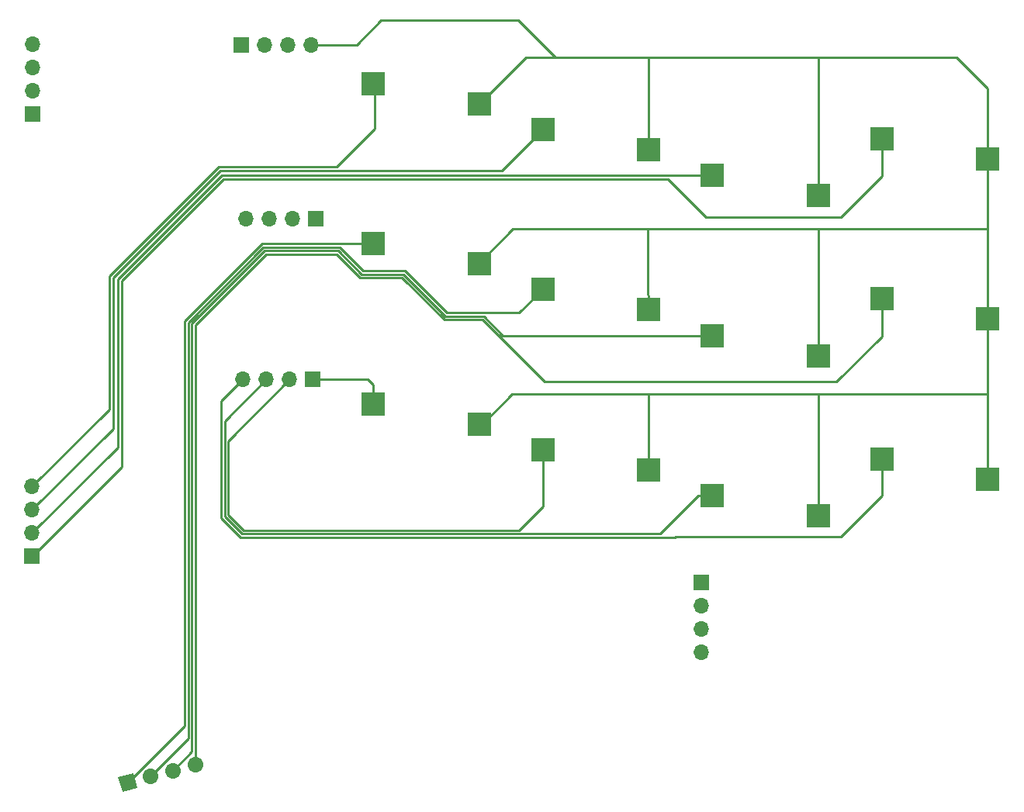
<source format=gbr>
G04 #@! TF.GenerationSoftware,KiCad,Pcbnew,(5.1.4)-1*
G04 #@! TF.CreationDate,2023-01-08T18:52:39-05:00*
G04 #@! TF.ProjectId,ThumbsUp,5468756d-6273-4557-902e-6b696361645f,rev?*
G04 #@! TF.SameCoordinates,Original*
G04 #@! TF.FileFunction,Copper,L2,Bot*
G04 #@! TF.FilePolarity,Positive*
%FSLAX46Y46*%
G04 Gerber Fmt 4.6, Leading zero omitted, Abs format (unit mm)*
G04 Created by KiCad (PCBNEW (5.1.4)-1) date 2023-01-08 18:52:39*
%MOMM*%
%LPD*%
G04 APERTURE LIST*
%ADD10O,1.700000X1.700000*%
%ADD11R,1.700000X1.700000*%
%ADD12R,2.600000X2.600000*%
%ADD13C,1.700000*%
%ADD14C,1.700000*%
%ADD15C,0.100000*%
%ADD16C,0.250000*%
G04 APERTURE END LIST*
D10*
X183332025Y-519910322D03*
X180792025Y-519910322D03*
X178252025Y-519910322D03*
D11*
X175712025Y-519910322D03*
D10*
X152912019Y-568160280D03*
X152912019Y-570700280D03*
X152912019Y-573240280D03*
D11*
X152912019Y-575780280D03*
D10*
X152958726Y-519860794D03*
X152958726Y-522400794D03*
X152958726Y-524940794D03*
D11*
X152958726Y-527480794D03*
D12*
X220187025Y-548860322D03*
X208637025Y-546660322D03*
X201687025Y-561360322D03*
X190137025Y-559160322D03*
X238687025Y-536360322D03*
X227137025Y-534160322D03*
X201687025Y-526360322D03*
X190137025Y-524160322D03*
X238687025Y-571360323D03*
X227137025Y-569160323D03*
X201687025Y-543860323D03*
X190137025Y-541660323D03*
X220187025Y-531360323D03*
X208637025Y-529160323D03*
X220187025Y-566360322D03*
X208637025Y-564160322D03*
X238687026Y-553860322D03*
X227137026Y-551660322D03*
D10*
X225912025Y-586230322D03*
X225912025Y-583690322D03*
X225912025Y-581150322D03*
D11*
X225912025Y-578610322D03*
D10*
X176239012Y-538892011D03*
X178779012Y-538892011D03*
X181319012Y-538892011D03*
D11*
X183859012Y-538892011D03*
D12*
X257187025Y-567360322D03*
X245637025Y-565160322D03*
X257187025Y-532360322D03*
X245637025Y-530160322D03*
X257187024Y-549860322D03*
X245637024Y-547660322D03*
D13*
X170712025Y-598510322D03*
D14*
X170712025Y-598510322D02*
X170712025Y-598510322D01*
D13*
X168258573Y-599167722D03*
D14*
X168258573Y-599167722D02*
X168258573Y-599167722D01*
D13*
X165805122Y-599825123D03*
D14*
X165805122Y-599825123D02*
X165805122Y-599825123D01*
D13*
X163351670Y-600482523D03*
D15*
G36*
X164392703Y-601083564D02*
G01*
X162750629Y-601523556D01*
X162310637Y-599881482D01*
X163952711Y-599441490D01*
X164392703Y-601083564D01*
X164392703Y-601083564D01*
G37*
D10*
X175936722Y-556457847D03*
X178476722Y-556457847D03*
X181016722Y-556457847D03*
D11*
X183556722Y-556457847D03*
D16*
X240700000Y-556700000D02*
X245637024Y-551762976D01*
X208800000Y-556700000D02*
X240700000Y-556700000D01*
X202048002Y-549948002D02*
X208800000Y-556700000D01*
X197881654Y-549948002D02*
X202048002Y-549948002D01*
X186133652Y-542800000D02*
X188687674Y-545354022D01*
X178446001Y-542800000D02*
X186133652Y-542800000D01*
X170712025Y-550533976D02*
X178446001Y-542800000D01*
X188687674Y-545354022D02*
X193287674Y-545354022D01*
X245637024Y-549210322D02*
X245637024Y-547660322D01*
X193287674Y-545354022D02*
X197881654Y-549948002D01*
X245637024Y-551762976D02*
X245637024Y-549210322D01*
X170712025Y-598510322D02*
X170712025Y-550533976D01*
X198037817Y-549570991D02*
X202204166Y-549570992D01*
X178289838Y-542422989D02*
X186289816Y-542422990D01*
X225587026Y-551660322D02*
X227137026Y-551660322D01*
X204293496Y-551660322D02*
X225587026Y-551660322D01*
X202204166Y-549570992D02*
X204293496Y-551660322D01*
X193443838Y-544977012D02*
X198037817Y-549570991D01*
X188843837Y-544977011D02*
X193443838Y-544977012D01*
X186289816Y-542422990D02*
X188843837Y-544977011D01*
X170335015Y-550377811D02*
X178289838Y-542422989D01*
X170335014Y-597091281D02*
X170335015Y-550377811D01*
X168258573Y-599167722D02*
X170335014Y-597091281D01*
X198193980Y-549193980D02*
X206056020Y-549193980D01*
X169958004Y-595672241D02*
X169958005Y-550221647D01*
X186445980Y-542045980D02*
X189000000Y-544600000D01*
X169958005Y-550221647D02*
X178133676Y-542045979D01*
X189000000Y-544600000D02*
X193600000Y-544600000D01*
X206056020Y-549193980D02*
X208750000Y-546500000D01*
X193600000Y-544600000D02*
X198193980Y-549193980D01*
X178133676Y-542045979D02*
X186445980Y-542045980D01*
X165805122Y-599825123D02*
X169958004Y-595672241D01*
X164116402Y-599717791D02*
X163351670Y-600482523D01*
X190137025Y-541660323D02*
X177986158Y-541660323D01*
X169580994Y-550316866D02*
X169580994Y-594253199D01*
X169580995Y-550065485D02*
X169580994Y-550316866D01*
X177986158Y-541660323D02*
X169580995Y-550065485D01*
X169580994Y-594253199D02*
X164116402Y-599717791D01*
X257187025Y-524687025D02*
X253800000Y-521300000D01*
X257187025Y-532360322D02*
X257187025Y-524687025D01*
X220187025Y-521412975D02*
X220300000Y-521300000D01*
X220187025Y-531360323D02*
X220187025Y-521412975D01*
X238700000Y-534797347D02*
X238700000Y-521300000D01*
X238687025Y-534810322D02*
X238700000Y-534797347D01*
X238687025Y-536360322D02*
X238687025Y-534810322D01*
X253800000Y-521300000D02*
X238700000Y-521300000D01*
X238700000Y-521300000D02*
X220300000Y-521300000D01*
X257187025Y-532360322D02*
X257187025Y-540012975D01*
X220112975Y-547236272D02*
X220112975Y-540012975D01*
X220187025Y-547310322D02*
X220112975Y-547236272D01*
X220187025Y-548860322D02*
X220187025Y-547310322D01*
X238687025Y-552310321D02*
X238687025Y-540012975D01*
X238687026Y-553860322D02*
X238687025Y-552310321D01*
X257187025Y-540012975D02*
X238687025Y-540012975D01*
X238687025Y-540012975D02*
X220112975Y-540012975D01*
X201687025Y-543712975D02*
X201687025Y-543860323D01*
X220112975Y-540012975D02*
X205387025Y-540012975D01*
X205387025Y-540012975D02*
X201687025Y-543712975D01*
X201739678Y-526360322D02*
X201687025Y-526360322D01*
X206800000Y-521300000D02*
X201739678Y-526360322D01*
X257187025Y-558087025D02*
X257187025Y-567360322D01*
X257187025Y-540012975D02*
X257187025Y-558087025D01*
X202039678Y-561360322D02*
X201687025Y-561360322D01*
X205312975Y-558087025D02*
X202039678Y-561360322D01*
X220187025Y-558187025D02*
X220087025Y-558087025D01*
X220187025Y-566360322D02*
X220187025Y-558187025D01*
X220087025Y-558087025D02*
X205312975Y-558087025D01*
X238687025Y-558212975D02*
X238812975Y-558087025D01*
X238687025Y-571360323D02*
X238687025Y-558212975D01*
X257187025Y-558087025D02*
X238812975Y-558087025D01*
X238812975Y-558087025D02*
X220087025Y-558087025D01*
X220300000Y-521300000D02*
X220200000Y-521300000D01*
X220200000Y-521300000D02*
X206800000Y-521300000D01*
X210050000Y-521300000D02*
X220200000Y-521300000D01*
X206000000Y-517250000D02*
X210050000Y-521300000D01*
X191000000Y-517250000D02*
X206000000Y-517250000D01*
X183332025Y-519910322D02*
X188339678Y-519910322D01*
X188339678Y-519910322D02*
X191000000Y-517250000D01*
X190137025Y-557031025D02*
X190137025Y-559160322D01*
X183556722Y-556457847D02*
X189563847Y-556457847D01*
X189563847Y-556457847D02*
X190137025Y-557031025D01*
X208637025Y-570358975D02*
X208637025Y-564160322D01*
X206048000Y-572948000D02*
X208637025Y-570358975D01*
X174298000Y-571298000D02*
X175948000Y-572948000D01*
X174298000Y-563176569D02*
X174298000Y-571298000D01*
X181016722Y-556457847D02*
X174298000Y-563176569D01*
X175948000Y-572948000D02*
X206048000Y-572948000D01*
X225587025Y-569160323D02*
X227137025Y-569160323D01*
X221422337Y-573325011D02*
X225587025Y-569160323D01*
X175791837Y-573325011D02*
X221422337Y-573325011D01*
X173920990Y-561013579D02*
X173920990Y-571454164D01*
X173920990Y-571454164D02*
X175791837Y-573325011D01*
X178476722Y-556457847D02*
X173920990Y-561013579D01*
X223077153Y-573702021D02*
X223129185Y-573649989D01*
X173543980Y-571610328D02*
X175635674Y-573702022D01*
X241150011Y-573649989D02*
X245637025Y-569162975D01*
X175635674Y-573702022D02*
X223077153Y-573702021D01*
X245637025Y-566710322D02*
X245637025Y-565160322D01*
X245637025Y-569162975D02*
X245637025Y-566710322D01*
X175936722Y-556457847D02*
X173543980Y-558850589D01*
X223129185Y-573649989D02*
X241150011Y-573649989D01*
X173543980Y-558850589D02*
X173543980Y-571610328D01*
X189301703Y-534600000D02*
X189450000Y-534600000D01*
X245637025Y-531710322D02*
X245637025Y-530160322D01*
X245637025Y-534262975D02*
X245637025Y-531710322D01*
X241150000Y-538750000D02*
X245637025Y-534262975D01*
X226450000Y-538750000D02*
X241150000Y-538750000D01*
X189450000Y-534600000D02*
X222300000Y-534600000D01*
X222300000Y-534600000D02*
X226450000Y-538750000D01*
X173800000Y-534600000D02*
X189450000Y-534600000D01*
X162700000Y-545700000D02*
X173800000Y-534600000D01*
X162700000Y-566050000D02*
X162700000Y-545700000D01*
X152912019Y-575780280D02*
X152969720Y-575780280D01*
X152969720Y-575780280D02*
X162700000Y-566050000D01*
X225587025Y-534160322D02*
X227137025Y-534160322D01*
X225576692Y-534149989D02*
X225587025Y-534160322D01*
X173613600Y-534149989D02*
X225576692Y-534149989D01*
X162250000Y-545513589D02*
X173613600Y-534149989D01*
X152912019Y-573240280D02*
X162250000Y-563902299D01*
X162250000Y-563902299D02*
X162250000Y-545513589D01*
X208700000Y-529160323D02*
X208637025Y-529160323D01*
X161750000Y-561862299D02*
X161750000Y-545377178D01*
X152912019Y-570700280D02*
X161750000Y-561862299D01*
X161750000Y-545377178D02*
X173427200Y-533699978D01*
X173427200Y-533699978D02*
X204200022Y-533699978D01*
X204200022Y-533699978D02*
X208700000Y-529200000D01*
X208700000Y-529200000D02*
X208700000Y-529160323D01*
X190300000Y-524160322D02*
X190137025Y-524160322D01*
X161300000Y-559772299D02*
X161300000Y-545190767D01*
X152912019Y-568160280D02*
X161300000Y-559772299D01*
X161300000Y-545190767D02*
X173240800Y-533249967D01*
X173240800Y-533249967D02*
X186150033Y-533249967D01*
X186150033Y-533249967D02*
X190300000Y-529100000D01*
X190300000Y-529100000D02*
X190300000Y-524160322D01*
M02*

</source>
